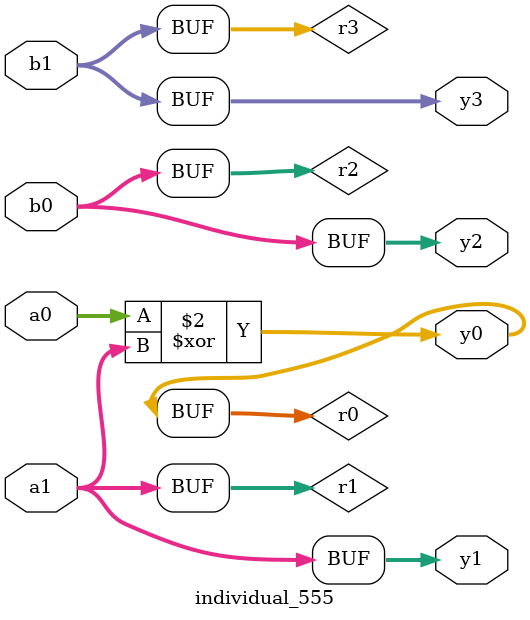
<source format=sv>
module individual_555(input logic [15:0] a1, input logic [15:0] a0, input logic [15:0] b1, input logic [15:0] b0, output logic [15:0] y3, output logic [15:0] y2, output logic [15:0] y1, output logic [15:0] y0);
logic [15:0] r0, r1, r2, r3; 
 always@(*) begin 
	 r0 = a0; r1 = a1; r2 = b0; r3 = b1; 
 	 r0  ^=  a1 ;
 	 y3 = r3; y2 = r2; y1 = r1; y0 = r0; 
end
endmodule
</source>
